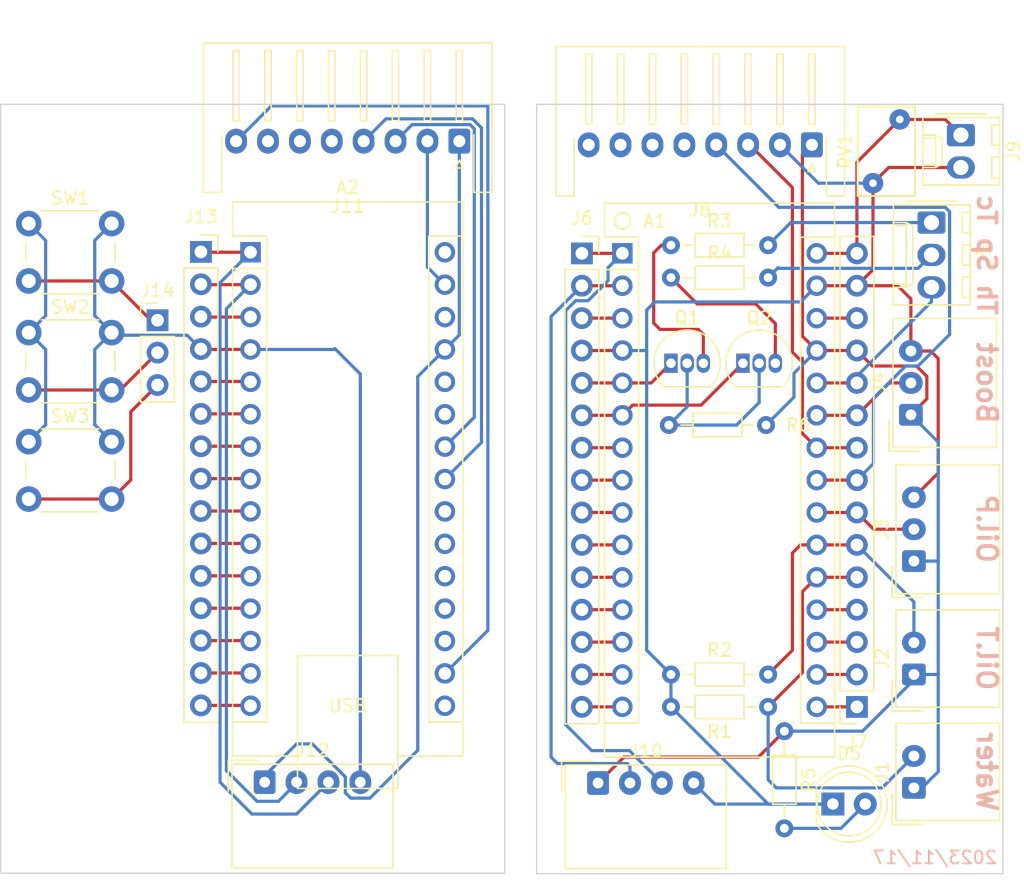
<source format=kicad_pcb>
(kicad_pcb (version 20240108) (generator "pcbnew") (generator_version "8.0")
  (layers (0 "F.Cu" signal) (31 "B.Cu" signal) (34 "B.Paste" user) (35 "F.Paste" user) (36 "B.SilkS" user "B.Silkscreen") (37 "F.SilkS" user "F.Silkscreen") (38 "B.Mask" user) (39 "F.Mask" user) (44 "Edge.Cuts" user))
  (net 0 "")
  (net 1 "Net-(A1-D12)")
  (net 2 "Net-(A1-D11)")
  (net 3 "Net-(J6-Pin_3)")
  (net 4 "Net-(A1-A4)")
  (net 5 "Net-(A1-D3)")
  (net 6 "Net-(A1-A5)")
  (net 7 "Net-(A1-AREF)")
  (net 8 "Net-(A1-A7)")
  (net 9 "Net-(A1-D13)")
  (net 10 "Net-(A1-D0{slash}RX)")
  (net 11 "Net-(A1-D6)")
  (net 12 "Net-(A1-A6)")
  (net 13 "Net-(J7-Pin_13)")
  (net 14 "Net-(A1-D2)")
  (net 15 "Net-(A1-A3)")
  (net 16 "Net-(A1-A0)")
  (net 17 "Net-(A1-D5)")
  (net 18 "Net-(A1-D10)")
  (net 19 "Net-(A1-D4)")
  (net 20 "Net-(A1-A2)")
  (net 21 "Net-(A1-D9)")
  (net 22 "Net-(A1-3V3)")
  (net 23 "Net-(A1-D7)")
  (net 24 "+12V")
  (net 25 "Net-(A1-A1)")
  (net 26 "Net-(A1-D1{slash}TX)")
  (net 27 "Net-(A1-D8)")
  (net 28 "Net-(A2-D3)")
  (net 29 "+5V")
  (net 30 "Net-(D5-A)")
  (net 31 "Net-(J5-Pin_1)")
  (net 32 "Net-(J5-Pin_2)")
  (net 37 "Net-(Q1-B)")
  (net 38 "Net-(Q1-C)")
  (net 39 "Net-(Q2-B)")
  (net 40 "Net-(A2-A4)")
  (net 42 "Net-(A2-D12)")
  (net 44 "Net-(A2-D11)")
  (net 45 "Net-(A2-D6)")
  (net 49 "Net-(J13-Pin_3)")
  (net 50 "Net-(A2-D1{slash}TX)")
  (net 51 "Net-(A2-D0{slash}RX)")
  (net 52 "Net-(A2-D5)")
  (net 53 "Net-(A2-D2)")
  (net 55 "Net-(A2-D9)")
  (net 58 "Net-(A2-A5)")
  (net 59 "Net-(A2-D7)")
  (net 60 "Net-(A2-D10)")
  (net 61 "+3.3V")
  (net 62 "Net-(A2-D8)")
  (net 63 "Net-(A2-D4)")
  (net 69 "Net-(J14-Pin_1)")
  (net 70 "Net-(J14-Pin_3)")
  (net 71 "Net-(J14-Pin_2)")
  (footprint "Module:Arduino_Nano" (layer "F.Cu") (at 73.08198 31.995)
    (property "Reference" "A1")
    (property "Value" "Arduino_Nano_v3.x")
  )
  (footprint "Resistor_THT:R_Axial_DIN0204_L3.6mm_D1.6mm_P7.62mm_Horizontal" (layer "F.Cu") (at 76.72698 45.46)
    (property "Reference" "R6")
    (property "Value" "10K ohm")
  )
  (footprint "Button_Switch_THT:SW_PUSH_6mm" (layer "F.Cu") (at 26.53698 46.76)
    (property "Reference" "SW3")
    (property "Value" "SW_Push")
  )
  (footprint "Varistor:RV_Disc_D7mm_W4.5mm_P5mm" (layer "F.Cu") (at 94.83298 21.494 -90)
    (property "Reference" "RV1")
    (property "Value" "RV_Disc_D7mm_W4.5mm_P5mm")
  )
  (footprint "Connector_JST:JST_XH_S8B-XH-A-1_1x08_P2.50mm_Horizontal" (layer "F.Cu") (at 60.29698 23.2 180)
    (property "Reference" "J11")
    (property "Value" "Conn_01x08_Female")
  )
  (footprint "Connector_PinHeader_2.54mm:PinHeader_1x03_P2.54mm_Vertical" (layer "F.Cu") (at 36.63698 37.24)
    (property "Reference" "J14")
    (property "Value" "Conn_01x03_Pin")
  )
  (footprint "LED_THT:LED_D5.0mm_IRGrey" (layer "F.Cu") (at 89.58698 75.175)
    (property "Reference" "D5")
    (property "Value" "CQY99")
  )
  (footprint "Connector_Molex:Molex_KK-254_AE-6410-02A_1x02_P2.54mm_Vertical" (layer "F.Cu") (at 99.62498 22.724 -90)
    (property "Reference" "J9")
    (property "Value" "Conn_01x02_Female")
  )
  (footprint "Connector_Molex:Molex_SPOX_5268-02A_1x02_P2.50mm_Horizontal" (layer "F.Cu") (at 95.94198 65.015 90)
    (property "Reference" "J2")
    (property "Value" "Conn_01x02_Male")
  )
  (footprint "Resistor_THT:R_Axial_DIN0204_L3.6mm_D1.6mm_P7.62mm_Horizontal" (layer "F.Cu") (at 76.89198 33.9)
    (property "Reference" "R4")
    (property "Value" "10K ohm")
  )
  (footprint "Connector_Molex:Molex_KK-254_AE-6410-03A_1x03_P2.54mm_Vertical" (layer "F.Cu") (at 97.31898 29.582 -90)
    (property "Reference" "J5")
    (property "Value" "Conn_01x03_Female")
  )
  (footprint "Connector_PinSocket_2.54mm:PinSocket_1x15_P2.54mm_Vertical" (layer "F.Cu") (at 69.90698 31.995)
    (property "Reference" "J6")
    (property "Value" "Conn_01x15")
  )
  (footprint "Connector_Molex:Molex_SPOX_5268-03A_1x03_P2.50mm_Horizontal" (layer "F.Cu") (at 95.94198 56.125 90)
    (property "Reference" "J3")
    (property "Value" "Conn_01x03_Male")
  )
  (footprint "Connector_Molex:Molex_SPOX_5268-04A_1x04_P2.50mm_Horizontal" (layer "F.Cu") (at 45.03698 73.46)
    (property "Reference" "J12")
    (property "Value" "Conn_01x04_Female")
  )
  (footprint "Connector_Molex:Molex_SPOX_5268-02A_1x02_P2.50mm_Horizontal" (layer "F.Cu") (at 95.94198 73.905 90)
    (property "Reference" "J1")
    (property "Value" "Conn_01x02_Male")
  )
  (footprint "Connector_JST:JST_XH_S8B-XH-A-1_1x08_P2.50mm_Horizontal" (layer "F.Cu") (at 87.94098 23.486 180)
    (property "Reference" "J8")
    (property "Value" "Conn_01x08_Female")
  )
  (footprint "Resistor_THT:R_Axial_DIN0204_L3.6mm_D1.6mm_P7.62mm_Horizontal" (layer "F.Cu") (at 85.78198 77.08 90)
    (property "Reference" "R5")
    (property "Value" "200 ohm")
  )
  (footprint "Button_Switch_THT:SW_PUSH_6mm" (layer "F.Cu") (at 26.53698 38.21)
    (property "Reference" "SW2")
    (property "Value" "SW_Push")
  )
  (footprint "Connector_Molex:Molex_SPOX_5268-03A_1x03_P2.50mm_Horizontal" (layer "F.Cu") (at 95.70498 44.655 90)
    (property "Reference" "J4")
    (property "Value" "Conn_01x03_Male")
  )
  (footprint "Resistor_THT:R_Axial_DIN0204_L3.6mm_D1.6mm_P7.62mm_Horizontal" (layer "F.Cu") (at 84.51198 65.015 180)
    (property "Reference" "R2")
    (property "Value" "10K ohm")
  )
  (footprint "Module:Arduino_Nano" (layer "F.Cu") (at 43.92698 31.91)
    (property "Reference" "A2")
    (property "Value" "Arduino_Nano_v3.x")
  )
  (footprint "Connector_Molex:Molex_SPOX_5268-04A_1x04_P2.50mm_Horizontal" (layer "F.Cu") (at 71.17698 73.524)
    (property "Reference" "J10")
    (property "Value" "Conn_01x04_Female")
  )
  (footprint "Package_TO_SOT_THT:TO-92_Inline" (layer "F.Cu") (at 82.53698 40.61)
    (property "Reference" "Q2")
    (property "Value" "2SC1815")
  )
  (footprint "Button_Switch_THT:SW_PUSH_6mm" (layer "F.Cu") (at 26.53698 29.66)
    (property "Reference" "SW1")
    (property "Value" "SW_Push")
  )
  (footprint "Resistor_THT:R_Axial_DIN0204_L3.6mm_D1.6mm_P7.62mm_Horizontal" (layer "F.Cu") (at 76.89198 31.36)
    (property "Reference" "R3")
    (property "Value" "10K ohm")
  )
  (footprint "Connector_PinSocket_2.54mm:PinSocket_1x15_P2.54mm_Vertical" (layer "F.Cu") (at 40.03698 31.88)
    (property "Reference" "J13")
    (property "Value" "Conn_01x15")
  )
  (footprint "Package_TO_SOT_THT:TO-92_Inline" (layer "F.Cu") (at 76.89198 40.61)
    (property "Reference" "Q1")
    (property "Value" "2SC1815")
  )
  (footprint "Connector_PinSocket_2.54mm:PinSocket_1x15_P2.54mm_Vertical" (layer "F.Cu") (at 91.47198 67.555 180)
    (property "Reference" "J7")
    (property "Value" "Conn_01x15")
  )
  (footprint "Resistor_THT:R_Axial_DIN0204_L3.6mm_D1.6mm_P7.62mm_Horizontal" (layer "F.Cu") (at 84.51198 67.555 180)
    (property "Reference" "R1")
    (property "Value" "10K ohm")
  )
  (gr_circle (center 73.08198 29.455) (end 73.71698 29.455) (stroke (width 0.15)) (fill none) (layer "F.SilkS"))
  (gr_rect (start 66.35898 20.311) (end 102.92698 80.636) (stroke (width 0.1)) (fill none) (layer "Edge.Cuts"))
  (gr_rect (start 24.33358 20.311) (end 63.85898 80.6) (stroke (width 0.1)) (fill none) (layer "Edge.Cuts"))
  (gr_text "Water" (at 101.65698 72.635 -90) (layer "B.SilkS") (effects (font (size 1.5 1.5) (thickness 0.3)) (justify mirror)))
  (gr_text "Boost" (at 101.65698 42.155 -90) (layer "B.SilkS") (effects (font (size 1.5 1.5) (thickness 0.3)) (justify mirror)))
  (gr_text "Th Sp Tc" (at 101.65698 32.122 -90) (layer "B.SilkS") (effects (font (size 1.4 1.4) (thickness 0.3)) (justify mirror)))
  (gr_text "Oil.T" (at 101.65698 63.745 -90) (layer "B.SilkS") (effects (font (size 1.5 1.5) (thickness 0.3)) (justify mirror)))
  (gr_text "Oil.P" (at 101.65698 53.585 -90) (layer "B.SilkS") (effects (font (size 1.5 1.5) (thickness 0.3)) (justify mirror)))
  (gr_text "2023/11/17" (at 97.59298 79.366 0) (layer "B.SilkS") (effects (font (size 1 1)) (justify mirror)))
  (segment (start 73.08198 67.555) (end 69.90698 67.555) (width 0.25) (layer "F.Cu") (net 1))
  (segment (start 73.08198 65.015) (end 69.90698 65.015) (width 0.25) (layer "F.Cu") (net 2))
  (segment (start 73.08198 37.075) (end 69.90698 37.075) (width 0.25) (layer "F.Cu") (net 3))
  (segment (start 88.32198 49.775) (end 91.47198 49.775) (width 0.25) (layer "F.Cu") (net 4))
  (segment (start 98.7385 28.724027) (end 98.7385 38.357502) (width 0.25) (layer "B.Cu") (net 4))
  (segment (start 85.34246 28.38748) (end 80.44098 23.486) (width 0.25) (layer "B.Cu") (net 4))
  (segment (start 96.266482 40.82952) (end 95.294438 40.82952) (width 0.25) (layer "B.Cu") (net 4))
  (segment (start 95.294438 40.82952) (end 92.76698 43.356978) (width 0.25) (layer "B.Cu") (net 4))
  (segment (start 98.7385 38.357502) (end 96.266482 40.82952) (width 0.25) (layer "B.Cu") (net 4))
  (segment (start 92.76698 48.48) (end 91.47198 49.775) (width 0.25) (layer "B.Cu") (net 4))
  (segment (start 92.76698 43.356978) (end 92.76698 48.48) (width 0.25) (layer "B.Cu") (net 4))
  (segment (start 98.401953 28.38748) (end 98.7385 28.724027) (width 0.25) (layer "B.Cu") (net 4))
  (segment (start 98.401953 28.38748) (end 85.34246 28.38748) (width 0.25) (layer "B.Cu") (net 4))
  (segment (start 73.08198 44.695) (end 73.881979 43.895001) (width 0.25) (layer "F.Cu") (net 5))
  (segment (start 73.08198 44.695) (end 69.90698 44.695) (width 0.25) (layer "F.Cu") (net 5))
  (segment (start 73.881979 43.895001) (end 79.251979 43.895001) (width 0.25) (layer "F.Cu") (net 5))
  (segment (start 79.251979 43.895001) (end 82.53698 40.61) (width 0.25) (layer "F.Cu") (net 5))
  (segment (start 87.197469 40.216611) (end 87.197469 40.522489) (width 0.25) (layer "F.Cu") (net 6))
  (segment (start 87.197469 40.522489) (end 87.197469 46.110489) (width 0.25) (layer "F.Cu") (net 6))
  (segment (start 86.41698 39.742) (end 87.197469 40.522489) (width 0.25) (layer "F.Cu") (net 6))
  (segment (start 86.41698 26.837) (end 86.41698 39.742) (width 0.25) (layer "F.Cu") (net 6))
  (segment (start 82.94098 23.486) (end 83.06598 23.486) (width 0.25) (layer "F.Cu") (net 6))
  (segment (start 87.197469 46.110489) (end 88.32198 47.235) (width 0.25) (layer "F.Cu") (net 6))
  (segment (start 83.06598 23.486) (end 86.41698 26.837) (width 0.25) (layer "F.Cu") (net 6))
  (segment (start 88.32198 47.235) (end 91.47198 47.235) (width 0.25) (layer "F.Cu") (net 6))
  (segment (start 88.32198 62.475) (end 91.47198 62.475) (width 0.25) (layer "F.Cu") (net 7))
  (segment (start 88.32198 42.155) (end 91.47198 42.155) (width 0.25) (layer "F.Cu") (net 8))
  (segment (start 97.31898 34.662) (end 97.31898 35.782) (width 0.25) (layer "B.Cu") (net 8))
  (segment (start 91.47198 41.629) (end 91.47198 42.155) (width 0.25) (layer "B.Cu") (net 8))
  (segment (start 97.31898 35.782) (end 91.47198 41.629) (width 0.25) (layer "B.Cu") (net 8))
  (segment (start 88.32198 67.555) (end 91.47198 67.555) (width 0.25) (layer "F.Cu") (net 9))
  (segment (start 73.08198 34.535) (end 69.90698 34.535) (width 0.25) (layer "F.Cu") (net 10))
  (segment (start 68 72) (end 73.46298 72) (width 0.25) (layer "B.Cu") (net 10))
  (segment (start 67.492 36.94998) (end 67.492 71.492) (width 0.25) (layer "B.Cu") (net 10))
  (segment (start 69.90698 34.535) (end 67.492 36.94998) (width 0.25) (layer "B.Cu") (net 10))
  (segment (start 73.46298 72) (end 73.67698 72.214) (width 0.25) (layer "B.Cu") (net 10))
  (segment (start 73.67698 72.214) (end 73.67698 73.524) (width 0.25) (layer "B.Cu") (net 10))
  (segment (start 67.492 71.492) (end 68 72) (width 0.25) (layer "B.Cu") (net 10))
  (segment (start 73.08198 52.315) (end 69.90698 52.315) (width 0.25) (layer "F.Cu") (net 11))
  (segment (start 88.32198 44.695) (end 91.47198 44.695) (width 0.25) (layer "F.Cu") (net 12))
  (segment (start 95.70498 42.155) (end 94.01198 42.155) (width 0.25) (layer "F.Cu") (net 12))
  (segment (start 94.01198 42.155) (end 91.47198 44.695) (width 0.25) (layer "F.Cu") (net 12))
  (segment (start 88.32198 37.075) (end 91.47198 37.075) (width 0.25) (layer "F.Cu") (net 13))
  (segment (start 73.08198 42.155) (end 69.90698 42.155) (width 0.25) (layer "F.Cu") (net 14))
  (segment (start 75.34698 42.155) (end 76.89198 40.61) (width 0.25) (layer "F.Cu") (net 14))
  (segment (start 73.08198 42.155) (end 75.34698 42.155) (width 0.25) (layer "F.Cu") (net 14))
  (segment (start 76.89198 40.61) (end 76.89198 40.385) (width 0.25) (layer "B.Cu") (net 14))
  (segment (start 88.32198 52.315) (end 91.47198 52.315) (width 0.25) (layer "F.Cu") (net 15))
  (segment (start 92.78198 53.625) (end 91.47198 52.315) (width 0.25) (layer "F.Cu") (net 15))
  (segment (start 95.94198 53.625) (end 92.78198 53.625) (width 0.25) (layer "F.Cu") (net 15))
  (segment (start 88.32198 59.935) (end 91.47198 59.935) (width 0.25) (layer "F.Cu") (net 16))
  (segment (start 73.08198 49.775) (end 69.90698 49.775) (width 0.25) (layer "F.Cu") (net 17))
  (segment (start 73.08198 62.475) (end 69.90698 62.475) (width 0.25) (layer "F.Cu") (net 18))
  (segment (start 73.08198 47.235) (end 69.90698 47.235) (width 0.25) (layer "F.Cu") (net 19))
  (segment (start 88.32198 54.855) (end 91.47198 54.855) (width 0.25) (layer "F.Cu") (net 20))
  (segment (start 84.51198 65.015) (end 86.41698 63.11) (width 0.25) (layer "F.Cu") (net 20))
  (segment (start 87.05198 54.855) (end 88.32198 54.855) (width 0.25) (layer "F.Cu") (net 20))
  (segment (start 86.41698 63.11) (end 86.41698 55.49) (width 0.25) (layer "F.Cu") (net 20))
  (segment (start 86.41698 55.49) (end 87.05198 54.855) (width 0.25) (layer "F.Cu") (net 20))
  (segment (start 95.94198 62.515) (end 95.94198 59.325) (width 0.25) (layer "B.Cu") (net 20))
  (segment (start 95.94198 59.325) (end 91.47198 54.855) (width 0.25) (layer "B.Cu") (net 20))
  (segment (start 73.08198 59.935) (end 69.90698 59.935) (width 0.25) (layer "F.Cu") (net 21))
  (segment (start 88.32198 65.015) (end 91.47198 65.015) (width 0.25) (layer "F.Cu") (net 22))
  (segment (start 73.08198 54.855) (end 69.90698 54.855) (width 0.25) (layer "F.Cu") (net 23))
  (segment (start 98.39498 21.494) (end 99.62498 22.724) (width 0.25) (layer "F.Cu") (net 24))
  (segment (start 91.47198 24.855) (end 94.83298 21.494) (width 0.25) (layer "F.Cu") (net 24))
  (segment (start 91.47198 31.995) (end 91.47198 24.855) (width 0.25) (layer "F.Cu") (net 24))
  (segment (start 88.32198 31.995) (end 91.47198 31.995) (width 0.25) (layer "F.Cu") (net 24))
  (segment (start 94.83298 21.494) (end 98.39498 21.494) (width 0.25) (layer "F.Cu") (net 24))
  (segment (start 87.197469 64.869511) (end 87.197469 58.519511) (width 0.25) (layer "F.Cu") (net 25))
  (segment (start 84.51198 67.555) (end 87.197469 64.869511) (width 0.25) (layer "F.Cu") (net 25))
  (segment (start 87.197469 58.519511) (end 88.32198 57.395) (width 0.25) (layer "F.Cu") (net 25))
  (segment (start 88.32198 57.395) (end 91.47198 57.395) (width 0.25) (layer "F.Cu") (net 25))
  (segment (start 84.51198 73.27) (end 84.51198 67.555) (width 0.25) (layer "B.Cu") (net 25))
  (segment (start 85.14698 73.905) (end 84.51198 73.27) (width 0.25) (layer "B.Cu") (net 25))
  (segment (start 85.14698 73.905) (end 93.44198 73.905) (width 0.25) (layer "B.Cu") (net 25))
  (segment (start 95.94198 71.405) (end 93.44198 73.905) (width 0.25) (layer "B.Cu") (net 25))
  (segment (start 69.90698 31.995) (end 73.08198 31.995) (width 0.25) (layer "F.Cu") (net 26))
  (segment (start 76.17698 73.524) (end 73.63698 70.984) (width 0.25) (layer "B.Cu") (net 26))
  (segment (start 69.420481 35.709511) (end 70.393479 35.709511) (width 0.25) (layer "B.Cu") (net 26))
  (segment (start 70.393479 35.709511) (end 71.957469 34.145521) (width 0.25) (layer "B.Cu") (net 26))
  (segment (start 71.957469 33.119511) (end 73.08198 31.995) (width 0.25) (layer "B.Cu") (net 26))
  (segment (start 71.957469 34.145521) (end 71.957469 33.119511) (width 0.25) (layer "B.Cu") (net 26))
  (segment (start 70.66898 70.984) (end 68.63698 68.952) (width 0.25) (layer "B.Cu") (net 26))
  (segment (start 73.63698 70.984) (end 70.66898 70.984) (width 0.25) (layer "B.Cu") (net 26))
  (segment (start 68.63698 36.493012) (end 69.420481 35.709511) (width 0.25) (layer "B.Cu") (net 26))
  (segment (start 68.63698 68.952) (end 68.63698 36.493012) (width 0.25) (layer "B.Cu") (net 26))
  (segment (start 73.08198 57.395) (end 69.90698 57.395) (width 0.25) (layer "F.Cu") (net 27))
  (segment (start 43.89698 44.58) (end 43.92698 44.61) (width 0.25) (layer "F.Cu") (net 28))
  (segment (start 40.03698 44.58) (end 43.89698 44.58) (width 0.25) (layer "F.Cu") (net 28))
  (segment (start 83.74998 71.492) (end 85.78198 69.46) (width 0.25) (layer "F.Cu") (net 29))
  (segment (start 88.32198 34.535) (end 91.47198 34.535) (width 0.25) (layer "F.Cu") (net 29))
  (segment (start 71.17698 73.524) (end 73.20898 71.492) (width 0.25) (layer "F.Cu") (net 29))
  (segment (start 87.197469 24.229511) (end 87.197469 38.490489) (width 0.25) (layer "F.Cu") (net 29))
  (segment (start 97.25198 39.655) (end 97.84698 40.25) (width 0.25) (layer "F.Cu") (net 29))
  (segment (start 91.47198 34.535) (end 94.67198 34.535) (width 0.25) (layer "F.Cu") (net 29))
  (segment (start 88.142384 39.615) (end 88.32198 39.615) (width 0.25) (layer "F.Cu") (net 29))
  (segment (start 91.47198 34.535) (end 92.73298 33.274) (width 0.25) (layer "F.Cu") (net 29))
  (segment (start 99.62498 25.264) (end 93.96298 25.264) (width 0.25) (layer "F.Cu") (net 29))
  (segment (start 95.70498 39.655) (end 97.25198 39.655) (width 0.25) (layer "F.Cu") (net 29))
  (segment (start 94.67198 34.535) (end 95.70498 35.568) (width 0.25) (layer "F.Cu") (net 29))
  (segment (start 92.73298 33.274) (end 92.73298 26.494) (width 0.25) (layer "F.Cu") (net 29))
  (segment (start 88.32198 39.615) (end 91.47198 39.615) (width 0.25) (layer "F.Cu") (net 29))
  (segment (start 92.6865 40.82952) (end 96.1405 40.82952) (width 0.25) (layer "F.Cu") (net 29))
  (segment (start 97.84698 49.22) (end 95.94198 51.125) (width 0.25) (layer "F.Cu") (net 29))
  (segment (start 97.84698 40.25) (end 97.84698 49.22) (width 0.25) (layer "F.Cu") (net 29))
  (segment (start 87.94098 23.486) (end 87.197469 24.229511) (width 0.25) (layer "F.Cu") (net 29))
  (segment (start 87.197469 38.490489) (end 88.32198 39.615) (width 0.25) (layer "F.Cu") (net 29))
  (segment (start 73.08198 39.615) (end 69.90698 39.615) (width 0.25) (layer "F.Cu") (net 29))
  (segment (start 96.9545 43.40548) (end 95.70498 44.655) (width 0.25) (layer "F.Cu") (net 29))
  (segment (start 96.9545 41.64352) (end 96.9545 43.40548) (width 0.25) (layer "F.Cu") (net 29))
  (segment (start 93.96298 25.264) (end 92.73298 26.494) (width 0.25) (layer "F.Cu") (net 29))
  (segment (start 40.06698 39.53) (end 40.03698 39.5) (width 0.25) (layer "F.Cu") (net 29))
  (segment (start 95.70498 35.568) (end 95.70498 39.655) (width 0.25) (layer "F.Cu") (net 29))
  (segment (start 91.47198 39.615) (end 92.6865 40.82952) (width 0.25) (layer "F.Cu") (net 29))
  (segment (start 96.1405 40.82952) (end 96.9545 41.64352) (width 0.25) (layer "F.Cu") (net 29))
  (segment (start 43.92698 39.53) (end 40.06698 39.53) (width 0.25) (layer "F.Cu") (net 29))
  (segment (start 73.20898 71.492) (end 83.74998 71.492) (width 0.25) (layer "F.Cu") (net 29))
  (segment (start 87.05198 35.805) (end 75.62198 35.805) (width 0.25) (layer "B.Cu") (net 29))
  (segment (start 95.94198 65.434022) (end 95.94198 65.015) (width 0.25) (layer "B.Cu") (net 29))
  (segment (start 97.84698 46.797) (end 97.84698 56.125) (width 0.25) (layer "B.Cu") (net 29))
  (segment (start 33.24198 38.415) (end 38.95198 38.415) (width 0.25) (layer "B.Cu") (net 29))
  (segment (start 57.03698 41.66) (end 59.16698 39.53) (width 0.25) (layer "B.Cu") (net 29))
  (segment (start 53.28698 74.71) (end 57.03698 70.96) (width 0.25) (layer "B.Cu") (net 29))
  (segment (start 47.53698 70.46) (end 48.773681 70.46) (width 0.25) (layer "B.Cu") (net 29))
  (segment (start 31.71198 36.885) (end 33.03698 38.21) (width 0.25) (layer "B.Cu") (net 29))
  (segment (start 45.03698 73.46) (end 45.03698 72.96) (width 0.25) (layer "B.Cu") (net 29))
  (segment (start 88.32198 34.535) (end 87.05198 35.805) (width 0.25) (layer "B.Cu") (net 29))
  (segment (start 57.79698 33.08) (end 59.16698 34.45) (width 0.25) (layer "B.Cu") (net 29))
  (segment (start 97.84698 65.015) (end 97.84698 72.635) (width 0.25) (layer "B.Cu") (net 29))
  (segment (start 57.03698 70.96) (end 57.03698 41.66) (width 0.25) (layer "B.Cu") (net 29))
  (segment (start 97.84698 56.125) (end 97.84698 65.015) (width 0.25) (layer "B.Cu") (net 29))
  (segment (start 33.03698 46.76) (end 31.71198 45.435) (width 0.25) (layer "B.Cu") (net 29))
  (segment (start 76.89198 65.015) (end 74.98698 63.11) (width 0.25) (layer "B.Cu") (net 29))
  (segment (start 74.98698 36.694) (end 74.98698 39.615) (width 0.25) (layer "B.Cu") (net 29))
  (segment (start 51.36198 73.048299) (end 51.36198 74.285) (width 0.25) (layer "B.Cu") (net 29))
  (segment (start 57.79698 23.2) (end 57.79698 33.08) (width 0.25) (layer "B.Cu") (net 29))
  (segment (start 33.03698 38.21) (end 33.24198 38.415) (width 0.25) (layer "B.Cu") (net 29))
  (segment (start 31.71198 30.985) (end 31.71198 36.885) (width 0.25) (layer "B.Cu") (net 29))
  (segment (start 60.29698 23.2) (end 60.29698 38.4) (width 0.25) (layer "B.Cu") (net 29))
  (segment (start 85.78198 69.46) (end 91.916002 69.46) (width 0.25) (layer "B.Cu") (net 29))
  (segment (start 48.773681 70.46) (end 51.36198 73.048299) (width 0.25) (layer "B.Cu") (net 29))
  (segment (start 86.53698 43.27) (end 86.53698 41.4) (width 0.25) (layer "B.Cu") (net 29))
  (segment (start 84.34698 45.46) (end 86.53698 43.27) (width 0.25) (layer "B.Cu") (net 29))
  (segment (start 95.70498 44.655) (end 97.84698 46.797) (width 0.25) (layer "B.Cu") (net 29))
  (segment (start 52.53698 73.46) (end 52.53698 41.46) (width 0.25) (layer "B.Cu") (net 29))
  (segment (start 27.86198 36.885) (end 26.53698 38.21) (width 0.25) (layer "B.Cu") (net 29))
  (segment (start 84.51198 75.175) (end 89.58698 75.175) (width 0.25) (layer "B.Cu") (net 29))
  (segment (start 80.32798 75.175) (end 89.58698 75.175) (width 0.25) (layer "B.Cu") (net 29))
  (segment (start 26.53698 29.66) (end 27.86198 30.985) (width 0.25) (layer "B.Cu") (net 29))
  (segment (start 26.53698 38.21) (end 27.86198 39.535) (width 0.25) (layer "B.Cu") (net 29))
  (segment (start 50.46698 39.53) (end 43.92698 39.53) (width 0.25) (layer "B.Cu") (net 29))
  (segment (start 95.94198 56.125) (end 97.84698 56.125) (width 0.25) (layer "B.Cu") (net 29))
  (segment (start 91.916002 69.46) (end 95.94198 65.434022) (width 0.25) (layer "B.Cu") (net 29))
  (segment (start 31.71198 39.535) (end 33.03698 38.21) (width 0.25) (layer "B.Cu") (net 29))
  (segment (start 85.44098 23.486) (end 88.44898 26.494) (width 0.25) (layer "B.Cu") (net 29))
  (segment (start 73.08198 39.615) (end 74.98698 39.615) (width 0.25) (layer "B.Cu") (net 29))
  (segment (start 27.86198 30.985) (end 27.86198 36.885) (width 0.25) (layer "B.Cu") (net 29))
  (segment (start 51.36198 74.285) (end 51.78698 74.71) (width 0.25) (layer "B.Cu") (net 29))
  (segment (start 97.84698 72.635) (end 96.57698 73.905) (width 0.25) (layer "B.Cu") (net 29))
  (segment (start 45.03698 72.96) (end 47.53698 70.46) (width 0.25) (layer "B.Cu") (net 29))
  (segment (start 74.98698 39.615) (end 74.98698 63.11) (width 0.25) (layer "B.Cu") (net 29))
  (segment (start 76.89198 67.555) (end 84.51198 75.175) (width 0.25) (layer "B.Cu") (net 29))
  (segment (start 50.53698 39.46) (end 50.46698 39.53) (width 0.25) (layer "B.Cu") (net 29))
  (segment (start 88.44898 26.494) (end 92.73298 26.494) (width 0.25) (layer "B.Cu") (net 29))
  (segment (start 38.95198 38.415) (end 40.03698 39.5) (width 0.25) (layer "B.Cu") (net 29))
  (segment (start 74.98698 36.44) (end 74.98698 36.694) (width 0.25) (layer "B.Cu") (net 29))
  (segment (start 52.53698 41.46) (end 50.53698 39.46) (width 0.25) (layer "B.Cu") (net 29))
  (segment (start 96.57698 73.905) (end 95.94198 73.905) (width 0.25) (layer "B.Cu") (net 29))
  (segment (start 86.53698 41.4) (end 88.32198 39.615) (width 0.25) (layer "B.Cu") (net 29))
  (segment (start 33.03698 29.66) (end 31.71198 30.985) (width 0.25) (layer "B.Cu") (net 29))
  (segment (start 27.86198 39.535) (end 27.86198 45.435) (width 0.25) (layer "B.Cu") (net 29))
  (segment (start 31.71198 45.435) (end 31.71198 39.535) (width 0.25) (layer "B.Cu") (net 29))
  (segment (start 78.67698 73.524) (end 80.32798 75.175) (width 0.25) (layer "B.Cu") (net 29))
  (segment (start 76.89198 65.015) (end 76.89198 67.555) (width 0.25) (layer "B.Cu") (net 29))
  (segment (start 95.94198 65.015) (end 97.84698 65.015) (width 0.25) (layer "B.Cu") (net 29))
  (segment (start 60.29698 38.4) (end 59.16698 39.53) (width 0.25) (layer "B.Cu") (net 29))
  (segment (start 51.78698 74.71) (end 53.28698 74.71) (width 0.25) (layer "B.Cu") (net 29))
  (segment (start 75.62198 35.805) (end 74.98698 36.44) (width 0.25) (layer "B.Cu") (net 29))
  (segment (start 27.86198 45.435) (end 26.53698 46.76) (width 0.25) (layer "B.Cu") (net 29))
  (segment (start 90.22198 77.08) (end 92.12698 75.175) (width 0.25) (layer "B.Cu") (net 30))
  (segment (start 85.78198 77.08) (end 90.22198 77.08) (width 0.25) (layer "B.Cu") (net 30))
  (segment (start 86.28998 29.582) (end 97.31898 29.582) (width 0.25) (layer "B.Cu") (net 31))
  (segment (start 84.51198 31.36) (end 86.28998 29.582) (width 0.25) (layer "B.Cu") (net 31))
  (segment (start 85.292469 33.119511) (end 85.342469 33.169511) (width 0.25) (layer "B.Cu") (net 32))
  (segment (start 85.342469 33.169511) (end 96.271469 33.169511) (width 0.25) (layer "B.Cu") (net 32))
  (segment (start 96.271469 33.169511) (end 97.31898 32.122) (width 0.25) (layer "B.Cu") (net 32))
  (segment (start 84.51198 33.9) (end 85.292469 33.119511) (width 0.25) (layer "B.Cu") (net 32))
  (segment (start 76.89198 31.36) (end 76.13698 31.36) (width 0.25) (layer "F.Cu") (net 37))
  (segment (start 75.53698 31.96) (end 75.53698 37.46) (width 0.25) (layer "F.Cu") (net 37))
  (segment (start 75.53698 37.46) (end 76.03698 37.96) (width 0.25) (layer "F.Cu") (net 37))
  (segment (start 79.03698 37.96) (end 79.43198 38.355) (width 0.25) (layer "F.Cu") (net 37))
  (segment (start 76.03698 37.96) (end 79.03698 37.96) (width 0.25) (layer "F.Cu") (net 37))
  (segment (start 76.13698 31.36) (end 75.53698 31.96) (width 0.25) (layer "F.Cu") (net 37))
  (segment (start 79.43198 38.355) (end 79.43198 40.61) (width 0.25) (layer "F.Cu") (net 37))
  (segment (start 76.72698 45.46) (end 78.16198 44.025) (width 0.25) (layer "B.Cu") (net 38))
  (segment (start 78.03698 40.735) (end 78.16198 40.61) (width 0.25) (layer "B.Cu") (net 38))
  (segment (start 84.03698 40.84) (end 83.80698 40.61) (width 0.25) (layer "B.Cu") (net 38))
  (segment (start 76.72698 45.46) (end 82.03698 45.46) (width 0.25) (layer "B.Cu") (net 38))
  (segment (start 78.16198 44.025) (end 78.16198 40.61) (width 0.25) (layer "B.Cu") (net 38))
  (segment (start 82.03698 45.46) (end 83.80698 43.69) (width 0.25) (layer "B.Cu") (net 38))
  (segment (start 83.80698 43.69) (end 83.80698 40.61) (width 0.25) (layer "B.Cu") (net 38))
  (segment (start 76.89198 33.9) (end 78.95198 35.96) (width 0.25) (layer "F.Cu") (net 39))
  (segment (start 83.53698 35.96) (end 85.07698 37.5) (width 0.25) (layer "F.Cu") (net 39))
  (segment (start 85.07698 37.5) (end 85.07698 40.61) (width 0.25) (layer "F.Cu") (net 39))
  (segment (start 78.95198 35.96) (end 83.53698 35.96) (width 0.25) (layer "F.Cu") (net 39))
  (segment (start 52.79698 23.2) (end 54.54698 21.45) (width 0.25) (layer "B.Cu") (net 40))
  (segment (start 62.03698 46.82) (end 59.16698 49.69) (width 0.25) (layer "B.Cu") (net 40))
  (segment (start 54.54698 21.45) (end 61.328476 21.45) (width 0.25) (layer "B.Cu") (net 40))
  (segment (start 61.328476 21.45) (end 62.03698 22.158504) (width 0.25) (layer "B.Cu") (net 40))
  (segment (start 62.03698 22.158504) (end 62.03698 46.82) (width 0.25) (layer "B.Cu") (net 40))
  (segment (start 40.03698 67.44) (end 43.89698 67.44) (width 0.25) (layer "F.Cu") (net 42))
  (segment (start 43.89698 67.44) (end 43.92698 67.47) (width 0.25) (layer "F.Cu") (net 42))
  (segment (start 43.89698 64.9) (end 43.92698 64.93) (width 0.25) (layer "F.Cu") (net 44))
  (segment (start 40.03698 64.9) (end 43.89698 64.9) (width 0.25) (layer "F.Cu") (net 44))
  (segment (start 43.89698 52.2) (end 43.92698 52.23) (width 0.25) (layer "F.Cu") (net 45))
  (segment (start 40.03698 52.2) (end 43.89698 52.2) (width 0.25) (layer "F.Cu") (net 45))
  (segment (start 43.92698 36.99) (end 40.06698 36.99) (width 0.25) (layer "F.Cu") (net 49))
  (segment (start 40.06698 36.99) (end 40.03698 36.96) (width 0.25) (layer "F.Cu") (net 49))
  (segment (start 40.06698 31.91) (end 40.03698 31.88) (width 0.25) (layer "F.Cu") (net 50))
  (segment (start 43.92698 31.91) (end 40.06698 31.91) (width 0.25) (layer "F.Cu") (net 50))
  (segment (start 41.53698 73.46) (end 44.03698 75.96) (width 0.25) (layer "B.Cu") (net 50))
  (segment (start 47.53698 75.96) (end 50.03698 73.46) (width 0.25) (layer "B.Cu") (net 50))
  (segment (start 44.03698 75.96) (end 47.53698 75.96) (width 0.25) (layer "B.Cu") (net 50))
  (segment (start 41.53698 34.3) (end 41.53698 73.46) (width 0.25) (layer "B.Cu") (net 50))
  (segment (start 43.92698 31.91) (end 41.53698 34.3) (width 0.25) (layer "B.Cu") (net 50))
  (segment (start 43.92698 34.45) (end 40.06698 34.45) (width 0.25) (layer "F.Cu") (net 51))
  (segment (start 40.06698 34.45) (end 40.03698 34.42) (width 0.25) (layer "F.Cu") (net 51))
  (segment (start 44.44188 74.96) (end 42.03698 72.5551) (width 0.25) (layer "B.Cu") (net 51))
  (segment (start 47.53698 73.46) (end 47.53698 73.535) (width 0.25) (layer "B.Cu") (net 51))
  (segment (start 42.03698 72.5551) (end 42.03698 36.34) (width 0.25) (layer "B.Cu") (net 51))
  (segment (start 47.53698 73.535) (end 46.11198 74.96) (width 0.25) (layer "B.Cu") (net 51))
  (segment (start 42.03698 36.34) (end 43.92698 34.45) (width 0.25) (layer "B.Cu") (net 51))
  (segment (start 46.11198 74.96) (end 44.44188 74.96) (width 0.25) (layer "B.Cu") (net 51))
  (segment (start 43.89698 49.66) (end 43.92698 49.69) (width 0.25) (layer "F.Cu") (net 52))
  (segment (start 40.03698 49.66) (end 43.89698 49.66) (width 0.25) (layer "F.Cu") (net 52))
  (segment (start 40.03698 42.04) (end 43.89698 42.04) (width 0.25) (layer "F.Cu") (net 53))
  (segment (start 43.89698 42.04) (end 43.92698 42.07) (width 0.25) (layer "F.Cu") (net 53))
  (segment (start 40.03698 59.82) (end 43.89698 59.82) (width 0.25) (layer "F.Cu") (net 55))
  (segment (start 43.89698 59.82) (end 43.92698 59.85) (width 0.25) (layer "F.Cu") (net 55))
  (segment (start 61.14208 21.9) (end 61.47198 22.2299) (width 0.25) (layer "B.Cu") (net 58))
  (segment (start 61.47198 44.845) (end 59.16698 47.15) (width 0.25) (layer "B.Cu") (net 58))
  (segment (start 55.29698 23.2) (end 56.59698 21.9) (width 0.25) (layer "B.Cu") (net 58))
  (segment (start 61.47198 22.2299) (end 61.47198 44.845) (width 0.25) (layer "B.Cu") (net 58))
  (segment (start 56.59698 21.9) (end 61.14208 21.9) (width 0.25) (layer "B.Cu") (net 58))
  (segment (start 43.89698 54.74) (end 43.92698 54.77) (width 0.25) (layer "F.Cu") (net 59))
  (segment (start 40.03698 54.74) (end 43.89698 54.74) (width 0.25) (layer "F.Cu") (net 59))
  (segment (start 40.03698 62.36) (end 43.89698 62.36) (width 0.25) (layer "F.Cu") (net 60))
  (segment (start 43.89698 62.36) (end 43.92698 62.39) (width 0.25) (layer "F.Cu") (net 60))
  (segment (start 42.79698 23.2) (end 45.56098 20.436) (width 0.25) (layer "B.Cu") (net 61))
  (segment (start 62.53698 61.56) (end 59.16698 64.93) (width 0.25) (layer "B.Cu") (net 61))
  (segment (start 62.51298 20.436) (end 62.53698 20.46) (width 0.25) (layer "B.Cu") (net 61))
  (segment (start 62.53698 20.46) (end 62.53698 61.56) (width 0.25) (layer "B.Cu") (net 61))
  (segment (start 45.56098 20.436) (end 62.51298 20.436) (width 0.25) (layer "B.Cu") (net 61))
  (segment (start 40.03698 57.28) (end 43.89698 57.28) (width 0.25) (layer "F.Cu") (net 62))
  (segment (start 43.89698 57.28) (end 43.92698 57.31) (width 0.25) (layer "F.Cu") (net 62))
  (segment (start 43.89698 47.12) (end 43.92698 47.15) (width 0.25) (layer "F.Cu") (net 63))
  (segment (start 40.03698 47.12) (end 43.89698 47.12) (width 0.25) (layer "F.Cu") (net 63))
  (segment (start 36.63698 37.24) (end 36.11698 37.24) (width 0.25) (layer "F.Cu") (net 69))
  (segment (start 36.11698 37.24) (end 33.03698 34.16) (width 0.25) (layer "F.Cu") (net 69))
  (segment (start 33.03698 34.16) (end 26.53698 34.16) (width 0.25) (layer "F.Cu") (net 69))
  (segment (start 26.53698 51.26) (end 33.03698 51.26) (width 0.25) (layer "F.Cu") (net 70))
  (segment (start 34.53698 44.42) (end 34.53698 49.76) (width 0.25) (layer "F.Cu") (net 70))
  (segment (start 34.53698 49.76) (end 33.03698 51.26) (width 0.25) (layer "F.Cu") (net 70))
  (segment (start 36.63698 42.32) (end 34.53698 44.42) (width 0.25) (layer "F.Cu") (net 70))
  (segment (start 36.63698 39.78) (end 33.70698 42.71) (width 0.25) (layer "F.Cu") (net 71))
  (segment (start 26.53698 42.71) (end 33.03698 42.71) (width 0.25) (layer "F.Cu") (net 71))
  (segment (start 33.70698 42.71) (end 33.03698 42.71) (width 0.25) (layer "F.Cu") (net 71))
)
</source>
